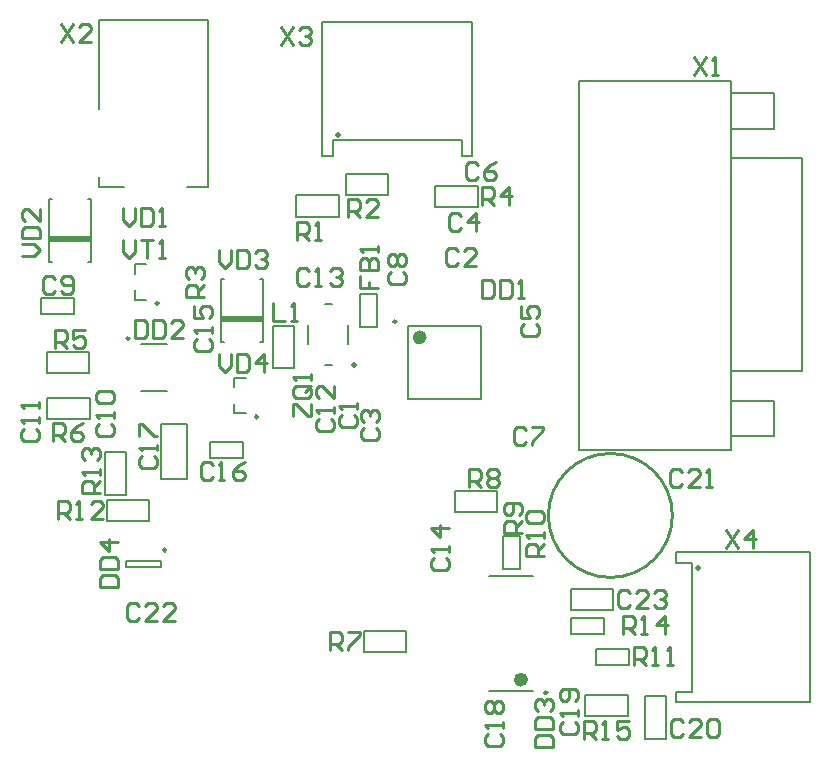
<source format=gto>
G04 Layer_Color=16777215*
%FSLAX43Y43*%
%MOMM*%
G71*
G01*
G75*
%ADD30C,0.600*%
%ADD33C,0.250*%
%ADD43C,0.500*%
%ADD44C,0.200*%
%ADD45C,0.254*%
%ADD46R,3.556X0.500*%
D30*
X34575Y27775D02*
G03*
X34575Y27775I-300J0D01*
G01*
X43150Y-1200D02*
G03*
X43150Y-1200I-300J0D01*
G01*
D33*
X12175Y30650D02*
G03*
X12175Y30650I-125J0D01*
G01*
X9700Y27700D02*
G03*
X9700Y27700I-125J0D01*
G01*
X20575Y21050D02*
G03*
X20575Y21050I-125J0D01*
G01*
X12825Y9775D02*
G03*
X12825Y9775I-125J0D01*
G01*
X32300Y29125D02*
G03*
X32300Y29125I-125J0D01*
G01*
X55675Y12700D02*
G03*
X55675Y12700I-5250J0D01*
G01*
X45075Y-2300D02*
G03*
X45075Y-2300I-125J0D01*
G01*
D43*
X27400Y44950D02*
D03*
X57825Y8225D02*
D03*
X28725Y25425D02*
D03*
D44*
X26950Y44450D02*
X37850D01*
Y43150D02*
X38750D01*
X37850D02*
Y44450D01*
X26950Y43150D02*
Y44450D01*
X26025Y43150D02*
X26950D01*
X38750D02*
Y54450D01*
X26025D02*
X38750D01*
X26025Y43150D02*
Y54450D01*
X29525Y1125D02*
Y2925D01*
X33125Y1125D02*
Y2925D01*
X29525D02*
X33125D01*
X29525Y1125D02*
X33125D01*
X40850Y12950D02*
Y14750D01*
X37250Y12950D02*
Y14750D01*
Y12950D02*
X40850D01*
X37250Y14750D02*
X40850D01*
X51975Y0D02*
Y1400D01*
X49175Y0D02*
Y1400D01*
Y0D02*
X51975D01*
X49175Y1400D02*
X51975D01*
X49925Y2625D02*
Y4025D01*
X47125Y2625D02*
Y4025D01*
Y2625D02*
X49925D01*
X47125Y4025D02*
X49925D01*
X57325Y-2225D02*
Y8675D01*
X56025Y-3125D02*
Y-2225D01*
X57325D01*
X56025Y8675D02*
X57325D01*
X56025D02*
Y9600D01*
Y-3125D02*
X67325D01*
Y9600D01*
X56025D02*
X67325D01*
X47755Y18264D02*
X60660D01*
X47755D02*
Y49506D01*
X60660D01*
Y18264D02*
Y49506D01*
Y24925D02*
X66660D01*
X60660Y42925D02*
X66660D01*
Y24925D02*
Y42925D01*
X64265Y19425D02*
Y22425D01*
X60660D02*
X64265D01*
X60660Y19425D02*
X64265D01*
X60660Y45425D02*
X64265D01*
X60660Y48425D02*
X64265D01*
Y45425D02*
Y48425D01*
X23850Y38000D02*
Y39800D01*
X27450Y38000D02*
Y39800D01*
X23850D02*
X27450D01*
X23850Y38000D02*
X27450D01*
X28025Y39825D02*
Y41625D01*
X31625Y39825D02*
Y41625D01*
X28025D02*
X31625D01*
X28025Y39825D02*
X31625D01*
X35600Y38800D02*
Y40600D01*
X39200Y38800D02*
Y40600D01*
X35600D02*
X39200D01*
X35600Y38800D02*
X39200D01*
X2872Y34158D02*
X3126D01*
X2872D02*
Y39492D01*
X3126D01*
X6174Y34158D02*
X6428D01*
Y39492D01*
X6174D02*
X6428D01*
X16350Y40475D02*
Y54675D01*
X7150Y40475D02*
Y41325D01*
Y40475D02*
X9250D01*
X7125Y54675D02*
X16350D01*
X7125Y47075D02*
Y54675D01*
X14550Y40475D02*
X16350D01*
X10150Y30950D02*
X11150D01*
X10150D02*
Y31750D01*
Y33950D02*
X11150D01*
X10150Y33150D02*
Y33950D01*
X5050Y29725D02*
Y31125D01*
X2250Y29725D02*
Y31125D01*
Y29725D02*
X5050D01*
X2250Y31125D02*
X5050D01*
X10675Y27200D02*
X12875D01*
X10675Y23200D02*
X12875D01*
X6350Y20850D02*
Y22650D01*
X2750Y20850D02*
Y22650D01*
Y20850D02*
X6350D01*
X2750Y22650D02*
X6350D01*
X6300Y24775D02*
Y26575D01*
X2700Y24775D02*
Y26575D01*
Y24775D02*
X6300D01*
X2700Y26575D02*
X6300D01*
X21875Y28750D02*
X23675D01*
X21875Y25150D02*
X23675D01*
Y28750D01*
X21875Y25150D02*
Y28750D01*
X17447Y27383D02*
X17701D01*
X17447D02*
Y32717D01*
X17701D01*
X20749Y27383D02*
X21003D01*
Y32717D01*
X20749D02*
X21003D01*
X18550Y21350D02*
X19550D01*
X18550D02*
Y22150D01*
Y24350D02*
X19550D01*
X18550Y23550D02*
Y24350D01*
X19325Y17525D02*
Y18925D01*
X16525Y17525D02*
Y18925D01*
Y17525D02*
X19325D01*
X16525Y18925D02*
X19325D01*
X14600Y15825D02*
Y20425D01*
X12400Y15825D02*
Y20425D01*
X14600D01*
X12400Y15825D02*
X14600D01*
X11400Y12250D02*
Y14050D01*
X7800Y12250D02*
Y14050D01*
Y12250D02*
X11400D01*
X7800Y14050D02*
X11400D01*
X7625Y14450D02*
X9425D01*
X7625Y18050D02*
X9425D01*
X7625Y14450D02*
Y18050D01*
X9425Y14450D02*
Y18050D01*
X12400Y8325D02*
Y8825D01*
X9400Y8325D02*
Y8825D01*
X12400D01*
X9400Y8325D02*
X12400D01*
X33275Y22575D02*
X39475D01*
X33275Y28775D02*
X39475D01*
Y22575D02*
Y28775D01*
X33275Y22575D02*
Y28775D01*
X29250Y28675D02*
Y31475D01*
X30650Y28675D02*
Y31475D01*
X29250Y28675D02*
X30650D01*
X29250Y31475D02*
X30650D01*
X28225Y27225D02*
Y28825D01*
X24825Y27225D02*
Y28825D01*
X26225Y25425D02*
X26825D01*
X26225Y30625D02*
X26825D01*
X50675Y4675D02*
Y6475D01*
X47075Y4675D02*
Y6475D01*
Y4675D02*
X50675D01*
X47075Y6475D02*
X50675D01*
X41350Y8125D02*
X42750D01*
X41350Y10925D02*
X42750D01*
X41350Y8125D02*
Y10925D01*
X42750Y8125D02*
Y10925D01*
X51900Y-4275D02*
Y-2475D01*
X48300Y-4275D02*
Y-2475D01*
Y-4275D02*
X51900D01*
X48300Y-2475D02*
X51900D01*
X53375Y-6225D02*
X55175D01*
X53375Y-2625D02*
X55175D01*
X53375Y-6225D02*
Y-2625D01*
X55175Y-6225D02*
Y-2625D01*
X40150Y7600D02*
X43850D01*
X40150Y-2200D02*
X43850D01*
D45*
X22500Y54024D02*
X23516Y52500D01*
Y54024D02*
X22500Y52500D01*
X24024Y53770D02*
X24277Y54024D01*
X24785D01*
X25039Y53770D01*
Y53516D01*
X24785Y53262D01*
X24531D01*
X24785D01*
X25039Y53008D01*
Y52754D01*
X24785Y52500D01*
X24277D01*
X24024Y52754D01*
X26650Y1300D02*
Y2824D01*
X27412D01*
X27666Y2570D01*
Y2062D01*
X27412Y1808D01*
X26650D01*
X27158D02*
X27666Y1300D01*
X28174Y2824D02*
X29189D01*
Y2570D01*
X28174Y1554D01*
Y1300D01*
X38475Y15075D02*
Y16599D01*
X39237D01*
X39491Y16345D01*
Y15837D01*
X39237Y15583D01*
X38475D01*
X38983D02*
X39491Y15075D01*
X39999Y16345D02*
X40252Y16599D01*
X40760D01*
X41014Y16345D01*
Y16091D01*
X40760Y15837D01*
X41014Y15583D01*
Y15329D01*
X40760Y15075D01*
X40252D01*
X39999Y15329D01*
Y15583D01*
X40252Y15837D01*
X39999Y16091D01*
Y16345D01*
X40252Y15837D02*
X40760D01*
X27680Y21191D02*
X27426Y20937D01*
Y20429D01*
X27680Y20175D01*
X28696D01*
X28950Y20429D01*
Y20937D01*
X28696Y21191D01*
X28950Y21699D02*
Y22206D01*
Y21952D01*
X27426D01*
X27680Y21699D01*
X37566Y35095D02*
X37312Y35349D01*
X36804D01*
X36550Y35095D01*
Y34079D01*
X36804Y33825D01*
X37312D01*
X37566Y34079D01*
X39089Y33825D02*
X38074D01*
X39089Y34841D01*
Y35095D01*
X38835Y35349D01*
X38327D01*
X38074Y35095D01*
X29605Y20116D02*
X29351Y19862D01*
Y19354D01*
X29605Y19100D01*
X30621D01*
X30875Y19354D01*
Y19862D01*
X30621Y20116D01*
X29605Y20624D02*
X29351Y20877D01*
Y21385D01*
X29605Y21639D01*
X29859D01*
X30113Y21385D01*
Y21131D01*
Y21385D01*
X30367Y21639D01*
X30621D01*
X30875Y21385D01*
Y20877D01*
X30621Y20624D01*
X37766Y38020D02*
X37512Y38273D01*
X37004D01*
X36750Y38020D01*
Y37004D01*
X37004Y36750D01*
X37512D01*
X37766Y37004D01*
X39035Y36750D02*
Y38273D01*
X38274Y37512D01*
X39289D01*
X43155Y28916D02*
X42902Y28662D01*
Y28154D01*
X43155Y27900D01*
X44171D01*
X44425Y28154D01*
Y28662D01*
X44171Y28916D01*
X42902Y30439D02*
Y29424D01*
X43663D01*
X43409Y29931D01*
Y30185D01*
X43663Y30439D01*
X44171D01*
X44425Y30185D01*
Y29677D01*
X44171Y29424D01*
X39216Y42370D02*
X38962Y42624D01*
X38454D01*
X38200Y42370D01*
Y41354D01*
X38454Y41100D01*
X38962D01*
X39216Y41354D01*
X40739Y42624D02*
X40231Y42370D01*
X39724Y41862D01*
Y41354D01*
X39977Y41100D01*
X40485D01*
X40739Y41354D01*
Y41608D01*
X40485Y41862D01*
X39724D01*
X43241Y19945D02*
X42987Y20199D01*
X42479D01*
X42225Y19945D01*
Y18929D01*
X42479Y18675D01*
X42987D01*
X43241Y18929D01*
X43749Y20199D02*
X44764D01*
Y19945D01*
X43749Y18929D01*
Y18675D01*
X31880Y33316D02*
X31626Y33062D01*
Y32554D01*
X31880Y32300D01*
X32896D01*
X33150Y32554D01*
Y33062D01*
X32896Y33316D01*
X31880Y33824D02*
X31626Y34077D01*
Y34585D01*
X31880Y34839D01*
X32134D01*
X32388Y34585D01*
X32642Y34839D01*
X32896D01*
X33150Y34585D01*
Y34077D01*
X32896Y33824D01*
X32642D01*
X32388Y34077D01*
X32134Y33824D01*
X31880D01*
X32388Y34077D02*
Y34585D01*
X3416Y32745D02*
X3162Y32999D01*
X2654D01*
X2400Y32745D01*
Y31729D01*
X2654Y31475D01*
X3162D01*
X3416Y31729D01*
X3924D02*
X4177Y31475D01*
X4685D01*
X4939Y31729D01*
Y32745D01*
X4685Y32999D01*
X4177D01*
X3924Y32745D01*
Y32491D01*
X4177Y32237D01*
X4939D01*
X7105Y20466D02*
X6851Y20212D01*
Y19704D01*
X7105Y19450D01*
X8121D01*
X8375Y19704D01*
Y20212D01*
X8121Y20466D01*
X8375Y20974D02*
Y21481D01*
Y21227D01*
X6851D01*
X7105Y20974D01*
Y22243D02*
X6851Y22497D01*
Y23005D01*
X7105Y23259D01*
X8121D01*
X8375Y23005D01*
Y22497D01*
X8121Y22243D01*
X7105D01*
X805Y20016D02*
X551Y19762D01*
Y19254D01*
X805Y19000D01*
X1821D01*
X2075Y19254D01*
Y19762D01*
X1821Y20016D01*
X2075Y20524D02*
Y21031D01*
Y20777D01*
X551D01*
X805Y20524D01*
X2075Y21793D02*
Y22301D01*
Y22047D01*
X551D01*
X805Y21793D01*
X25780Y20841D02*
X25527Y20587D01*
Y20079D01*
X25780Y19825D01*
X26796D01*
X27050Y20079D01*
Y20587D01*
X26796Y20841D01*
X27050Y21349D02*
Y21856D01*
Y21602D01*
X25527D01*
X25780Y21349D01*
X27050Y23634D02*
Y22618D01*
X26034Y23634D01*
X25780D01*
X25527Y23380D01*
Y22872D01*
X25780Y22618D01*
X24891Y33370D02*
X24637Y33624D01*
X24129D01*
X23875Y33370D01*
Y32354D01*
X24129Y32100D01*
X24637D01*
X24891Y32354D01*
X25399Y32100D02*
X25906D01*
X25652D01*
Y33624D01*
X25399Y33370D01*
X26668D02*
X26922Y33624D01*
X27430D01*
X27684Y33370D01*
Y33116D01*
X27430Y32862D01*
X27176D01*
X27430D01*
X27684Y32608D01*
Y32354D01*
X27430Y32100D01*
X26922D01*
X26668Y32354D01*
X35505Y9091D02*
X35251Y8837D01*
Y8329D01*
X35505Y8075D01*
X36521D01*
X36775Y8329D01*
Y8837D01*
X36521Y9091D01*
X36775Y9599D02*
Y10106D01*
Y9852D01*
X35251D01*
X35505Y9599D01*
X36775Y11630D02*
X35251D01*
X36013Y10868D01*
Y11884D01*
X15455Y27616D02*
X15201Y27362D01*
Y26854D01*
X15455Y26600D01*
X16471D01*
X16725Y26854D01*
Y27362D01*
X16471Y27616D01*
X16725Y28124D02*
Y28631D01*
Y28377D01*
X15201D01*
X15455Y28124D01*
X15201Y30409D02*
Y29393D01*
X15963D01*
X15709Y29901D01*
Y30155D01*
X15963Y30409D01*
X16471D01*
X16725Y30155D01*
Y29647D01*
X16471Y29393D01*
X16741Y16970D02*
X16487Y17224D01*
X15979D01*
X15725Y16970D01*
Y15954D01*
X15979Y15700D01*
X16487D01*
X16741Y15954D01*
X17249Y15700D02*
X17756D01*
X17502D01*
Y17224D01*
X17249Y16970D01*
X19534Y17224D02*
X19026Y16970D01*
X18518Y16462D01*
Y15954D01*
X18772Y15700D01*
X19280D01*
X19534Y15954D01*
Y16208D01*
X19280Y16462D01*
X18518D01*
X10755Y17691D02*
X10501Y17437D01*
Y16929D01*
X10755Y16675D01*
X11771D01*
X12025Y16929D01*
Y17437D01*
X11771Y17691D01*
X12025Y18199D02*
Y18706D01*
Y18452D01*
X10501D01*
X10755Y18199D01*
X10501Y19468D02*
Y20484D01*
X10755D01*
X11771Y19468D01*
X12025D01*
X40105Y-5809D02*
X39851Y-6063D01*
Y-6571D01*
X40105Y-6825D01*
X41121D01*
X41375Y-6571D01*
Y-6063D01*
X41121Y-5809D01*
X41375Y-5301D02*
Y-4794D01*
Y-5048D01*
X39851D01*
X40105Y-5301D01*
Y-4032D02*
X39851Y-3778D01*
Y-3270D01*
X40105Y-3016D01*
X40359D01*
X40613Y-3270D01*
X40867Y-3016D01*
X41121D01*
X41375Y-3270D01*
Y-3778D01*
X41121Y-4032D01*
X40867D01*
X40613Y-3778D01*
X40359Y-4032D01*
X40105D01*
X40613Y-3778D02*
Y-3270D01*
X46430Y-4784D02*
X46176Y-5038D01*
Y-5546D01*
X46430Y-5800D01*
X47446D01*
X47700Y-5546D01*
Y-5038D01*
X47446Y-4784D01*
X47700Y-4276D02*
Y-3769D01*
Y-4023D01*
X46176D01*
X46430Y-4276D01*
X47446Y-3007D02*
X47700Y-2753D01*
Y-2245D01*
X47446Y-1991D01*
X46430D01*
X46176Y-2245D01*
Y-2753D01*
X46430Y-3007D01*
X46684D01*
X46938Y-2753D01*
Y-1991D01*
X56566Y-4805D02*
X56312Y-4551D01*
X55804D01*
X55550Y-4805D01*
Y-5821D01*
X55804Y-6075D01*
X56312D01*
X56566Y-5821D01*
X58089Y-6075D02*
X57074D01*
X58089Y-5059D01*
Y-4805D01*
X57835Y-4551D01*
X57327D01*
X57074Y-4805D01*
X58597D02*
X58851Y-4551D01*
X59359D01*
X59613Y-4805D01*
Y-5821D01*
X59359Y-6075D01*
X58851D01*
X58597Y-5821D01*
Y-4805D01*
X56491Y16420D02*
X56237Y16674D01*
X55729D01*
X55475Y16420D01*
Y15404D01*
X55729Y15150D01*
X56237D01*
X56491Y15404D01*
X58014Y15150D02*
X56999D01*
X58014Y16166D01*
Y16420D01*
X57760Y16674D01*
X57252D01*
X56999Y16420D01*
X58522Y15150D02*
X59030D01*
X58776D01*
Y16674D01*
X58522Y16420D01*
X10541Y5020D02*
X10287Y5274D01*
X9779D01*
X9525Y5020D01*
Y4004D01*
X9779Y3750D01*
X10287D01*
X10541Y4004D01*
X12064Y3750D02*
X11049D01*
X12064Y4766D01*
Y5020D01*
X11810Y5274D01*
X11302D01*
X11049Y5020D01*
X13588Y3750D02*
X12572D01*
X13588Y4766D01*
Y5020D01*
X13334Y5274D01*
X12826D01*
X12572Y5020D01*
X52116Y6145D02*
X51862Y6399D01*
X51354D01*
X51100Y6145D01*
Y5129D01*
X51354Y4875D01*
X51862D01*
X52116Y5129D01*
X53639Y4875D02*
X52624D01*
X53639Y5891D01*
Y6145D01*
X53385Y6399D01*
X52877D01*
X52624Y6145D01*
X54147D02*
X54401Y6399D01*
X54909D01*
X55163Y6145D01*
Y5891D01*
X54909Y5637D01*
X54655D01*
X54909D01*
X55163Y5383D01*
Y5129D01*
X54909Y4875D01*
X54401D01*
X54147Y5129D01*
X39575Y32599D02*
Y31075D01*
X40337D01*
X40591Y31329D01*
Y32345D01*
X40337Y32599D01*
X39575D01*
X41099D02*
Y31075D01*
X41860D01*
X42114Y31329D01*
Y32345D01*
X41860Y32599D01*
X41099D01*
X42622Y31075D02*
X43130D01*
X42876D01*
Y32599D01*
X42622Y32345D01*
X10200Y29274D02*
Y27750D01*
X10962D01*
X11216Y28004D01*
Y29020D01*
X10962Y29274D01*
X10200D01*
X11724D02*
Y27750D01*
X12485D01*
X12739Y28004D01*
Y29020D01*
X12485Y29274D01*
X11724D01*
X14263Y27750D02*
X13247D01*
X14263Y28766D01*
Y29020D01*
X14009Y29274D01*
X13501D01*
X13247Y29020D01*
X44076Y-6925D02*
X45600D01*
Y-6163D01*
X45346Y-5909D01*
X44330D01*
X44076Y-6163D01*
Y-6925D01*
Y-5401D02*
X45600D01*
Y-4640D01*
X45346Y-4386D01*
X44330D01*
X44076Y-4640D01*
Y-5401D01*
X44330Y-3878D02*
X44076Y-3624D01*
Y-3116D01*
X44330Y-2862D01*
X44584D01*
X44838Y-3116D01*
Y-3370D01*
Y-3116D01*
X45092Y-2862D01*
X45346D01*
X45600Y-3116D01*
Y-3624D01*
X45346Y-3878D01*
X7251Y6625D02*
X8775D01*
Y7387D01*
X8521Y7641D01*
X7505D01*
X7251Y7387D01*
Y6625D01*
Y8149D02*
X8775D01*
Y8910D01*
X8521Y9164D01*
X7505D01*
X7251Y8910D01*
Y8149D01*
X8775Y10434D02*
X7251D01*
X8013Y9672D01*
Y10688D01*
X29201Y32941D02*
Y31925D01*
X29963D01*
Y32433D01*
Y31925D01*
X30725D01*
X29201Y33449D02*
X30725D01*
Y34210D01*
X30471Y34464D01*
X30217D01*
X29963Y34210D01*
Y33449D01*
Y34210D01*
X29709Y34464D01*
X29455D01*
X29201Y34210D01*
Y33449D01*
X30725Y34972D02*
Y35480D01*
Y35226D01*
X29201D01*
X29455Y34972D01*
X21900Y30724D02*
Y29200D01*
X22916D01*
X23424D02*
X23931D01*
X23677D01*
Y30724D01*
X23424Y30470D01*
X23875Y36050D02*
Y37574D01*
X24637D01*
X24891Y37320D01*
Y36812D01*
X24637Y36558D01*
X23875D01*
X24383D02*
X24891Y36050D01*
X25399D02*
X25906D01*
X25652D01*
Y37574D01*
X25399Y37320D01*
X28200Y37950D02*
Y39474D01*
X28962D01*
X29216Y39220D01*
Y38712D01*
X28962Y38458D01*
X28200D01*
X28708D02*
X29216Y37950D01*
X30739D02*
X29724D01*
X30739Y38966D01*
Y39220D01*
X30485Y39474D01*
X29977D01*
X29724Y39220D01*
X16050Y31225D02*
X14526D01*
Y31987D01*
X14780Y32241D01*
X15288D01*
X15542Y31987D01*
Y31225D01*
Y31733D02*
X16050Y32241D01*
X14780Y32749D02*
X14526Y33002D01*
Y33510D01*
X14780Y33764D01*
X15034D01*
X15288Y33510D01*
Y33256D01*
Y33510D01*
X15542Y33764D01*
X15796D01*
X16050Y33510D01*
Y33002D01*
X15796Y32749D01*
X39550Y39000D02*
Y40524D01*
X40312D01*
X40566Y40270D01*
Y39762D01*
X40312Y39508D01*
X39550D01*
X40058D02*
X40566Y39000D01*
X41835D02*
Y40524D01*
X41074Y39762D01*
X42089D01*
X3400Y26875D02*
Y28399D01*
X4162D01*
X4416Y28145D01*
Y27637D01*
X4162Y27383D01*
X3400D01*
X3908D02*
X4416Y26875D01*
X5939Y28399D02*
X4924D01*
Y27637D01*
X5431Y27891D01*
X5685D01*
X5939Y27637D01*
Y27129D01*
X5685Y26875D01*
X5177D01*
X4924Y27129D01*
X3275Y18975D02*
Y20499D01*
X4037D01*
X4291Y20245D01*
Y19737D01*
X4037Y19483D01*
X3275D01*
X3783D02*
X4291Y18975D01*
X5814Y20499D02*
X5306Y20245D01*
X4799Y19737D01*
Y19229D01*
X5052Y18975D01*
X5560D01*
X5814Y19229D01*
Y19483D01*
X5560Y19737D01*
X4799D01*
X42925Y11225D02*
X41401D01*
Y11987D01*
X41655Y12241D01*
X42163D01*
X42417Y11987D01*
Y11225D01*
Y11733D02*
X42925Y12241D01*
X42671Y12749D02*
X42925Y13002D01*
Y13510D01*
X42671Y13764D01*
X41655D01*
X41401Y13510D01*
Y13002D01*
X41655Y12749D01*
X41909D01*
X42163Y13002D01*
Y13764D01*
X44825Y9275D02*
X43301D01*
Y10037D01*
X43555Y10291D01*
X44063D01*
X44317Y10037D01*
Y9275D01*
Y9783D02*
X44825Y10291D01*
Y10799D02*
Y11306D01*
Y11052D01*
X43301D01*
X43555Y10799D01*
Y12068D02*
X43301Y12322D01*
Y12830D01*
X43555Y13084D01*
X44571D01*
X44825Y12830D01*
Y12322D01*
X44571Y12068D01*
X43555D01*
X52425Y50D02*
Y1574D01*
X53187D01*
X53441Y1320D01*
Y812D01*
X53187Y558D01*
X52425D01*
X52933D02*
X53441Y50D01*
X53949D02*
X54456D01*
X54202D01*
Y1574D01*
X53949Y1320D01*
X55218Y50D02*
X55726D01*
X55472D01*
Y1574D01*
X55218Y1320D01*
X3625Y12400D02*
Y13924D01*
X4387D01*
X4641Y13670D01*
Y13162D01*
X4387Y12908D01*
X3625D01*
X4133D02*
X4641Y12400D01*
X5149D02*
X5656D01*
X5402D01*
Y13924D01*
X5149Y13670D01*
X7434Y12400D02*
X6418D01*
X7434Y13416D01*
Y13670D01*
X7180Y13924D01*
X6672D01*
X6418Y13670D01*
X7200Y14600D02*
X5676D01*
Y15362D01*
X5930Y15616D01*
X6438D01*
X6692Y15362D01*
Y14600D01*
Y15108D02*
X7200Y15616D01*
Y16124D02*
Y16631D01*
Y16377D01*
X5676D01*
X5930Y16124D01*
Y17393D02*
X5676Y17647D01*
Y18155D01*
X5930Y18409D01*
X6184D01*
X6438Y18155D01*
Y17901D01*
Y18155D01*
X6692Y18409D01*
X6946D01*
X7200Y18155D01*
Y17647D01*
X6946Y17393D01*
X51525Y2650D02*
Y4174D01*
X52287D01*
X52541Y3920D01*
Y3412D01*
X52287Y3158D01*
X51525D01*
X52033D02*
X52541Y2650D01*
X53049D02*
X53556D01*
X53302D01*
Y4174D01*
X53049Y3920D01*
X55080Y2650D02*
Y4174D01*
X54318Y3412D01*
X55334D01*
X48175Y-6200D02*
Y-4676D01*
X48937D01*
X49191Y-4930D01*
Y-5438D01*
X48937Y-5692D01*
X48175D01*
X48683D02*
X49191Y-6200D01*
X49699D02*
X50206D01*
X49952D01*
Y-4676D01*
X49699Y-4930D01*
X51984Y-4676D02*
X50968D01*
Y-5438D01*
X51476Y-5184D01*
X51730D01*
X51984Y-5438D01*
Y-5946D01*
X51730Y-6200D01*
X51222D01*
X50968Y-5946D01*
X9200Y38724D02*
Y37708D01*
X9708Y37200D01*
X10216Y37708D01*
Y38724D01*
X10724D02*
Y37200D01*
X11485D01*
X11739Y37454D01*
Y38470D01*
X11485Y38724D01*
X10724D01*
X12247Y37200D02*
X12755D01*
X12501D01*
Y38724D01*
X12247Y38470D01*
X627Y34625D02*
X1642D01*
X2150Y35133D01*
X1642Y35641D01*
X627D01*
Y36149D02*
X2150D01*
Y36910D01*
X1896Y37164D01*
X880D01*
X627Y36910D01*
Y36149D01*
X2150Y38688D02*
Y37672D01*
X1134Y38688D01*
X880D01*
X627Y38434D01*
Y37926D01*
X880Y37672D01*
X17325Y35199D02*
Y34183D01*
X17833Y33675D01*
X18341Y34183D01*
Y35199D01*
X18849D02*
Y33675D01*
X19610D01*
X19864Y33929D01*
Y34945D01*
X19610Y35199D01*
X18849D01*
X20372Y34945D02*
X20626Y35199D01*
X21134D01*
X21388Y34945D01*
Y34691D01*
X21134Y34437D01*
X20880D01*
X21134D01*
X21388Y34183D01*
Y33929D01*
X21134Y33675D01*
X20626D01*
X20372Y33929D01*
X17250Y26399D02*
Y25383D01*
X17758Y24875D01*
X18266Y25383D01*
Y26399D01*
X18774D02*
Y24875D01*
X19535D01*
X19789Y25129D01*
Y26145D01*
X19535Y26399D01*
X18774D01*
X21059Y24875D02*
Y26399D01*
X20297Y25637D01*
X21313D01*
X9125Y36024D02*
Y35008D01*
X9633Y34500D01*
X10141Y35008D01*
Y36024D01*
X10649D02*
X11664D01*
X11156D01*
Y34500D01*
X12172D02*
X12680D01*
X12426D01*
Y36024D01*
X12172Y35770D01*
X57500Y51524D02*
X58516Y50000D01*
Y51524D02*
X57500Y50000D01*
X59024D02*
X59531D01*
X59277D01*
Y51524D01*
X59024Y51270D01*
X3925Y54349D02*
X4941Y52825D01*
Y54349D02*
X3925Y52825D01*
X6464D02*
X5449D01*
X6464Y53841D01*
Y54095D01*
X6210Y54349D01*
X5702D01*
X5449Y54095D01*
X60225Y11449D02*
X61241Y9925D01*
Y11449D02*
X60225Y9925D01*
X62510D02*
Y11449D01*
X61749Y10687D01*
X62764D01*
X23552Y21150D02*
Y22166D01*
X23805D01*
X24821Y21150D01*
X25075D01*
Y22166D01*
X24821Y23689D02*
X23805D01*
X23552Y23435D01*
Y22927D01*
X23805Y22674D01*
X24821D01*
X25075Y22927D01*
Y23435D01*
X24567Y23181D02*
X25075Y23689D01*
Y23435D02*
X24821Y23689D01*
X25075Y24197D02*
Y24705D01*
Y24451D01*
X23552D01*
X23805Y24197D01*
D46*
X4650Y36075D02*
D03*
X19225Y29300D02*
D03*
M02*

</source>
